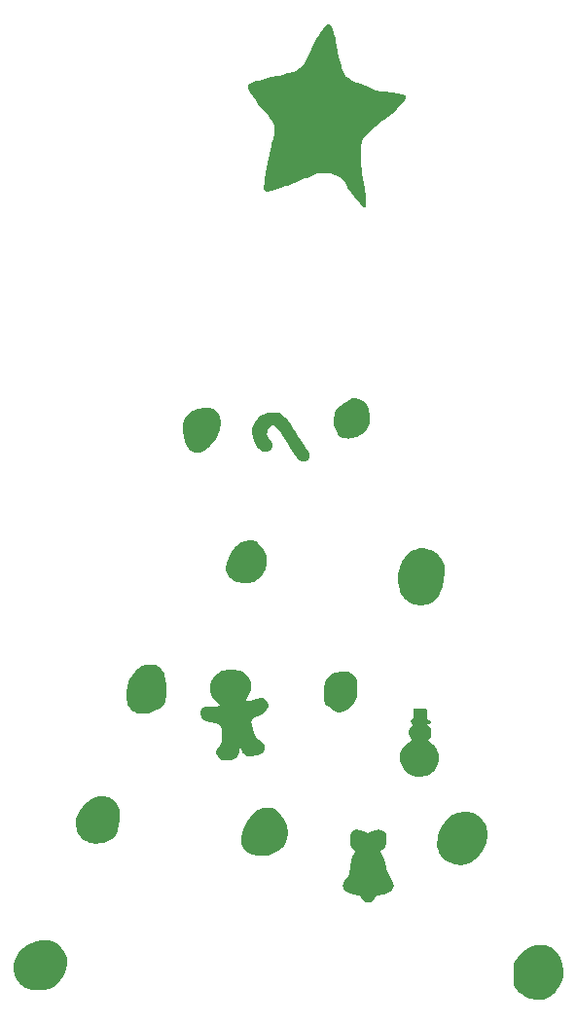
<source format=gbr>
G04 EAGLE Gerber RS-274X export*
G75*
%MOMM*%
%FSLAX34Y34*%
%LPD*%
%INSoldermask Top*%
%IPPOS*%
%AMOC8*
5,1,8,0,0,1.08239X$1,22.5*%
G01*

G36*
X532273Y766248D02*
X532273Y766248D01*
X532354Y766256D01*
X532370Y766265D01*
X532388Y766268D01*
X532456Y766313D01*
X532528Y766353D01*
X532539Y766367D01*
X532554Y766377D01*
X532600Y766445D01*
X532650Y766510D01*
X532655Y766527D01*
X532665Y766542D01*
X532698Y766690D01*
X532702Y766702D01*
X532701Y766703D01*
X532702Y766705D01*
X532922Y770700D01*
X532921Y770707D01*
X532923Y770717D01*
X532966Y772717D01*
X532964Y772728D01*
X532966Y772740D01*
X532965Y772742D01*
X532966Y772746D01*
X532890Y774745D01*
X532888Y774752D01*
X532889Y774761D01*
X532749Y776756D01*
X532747Y776762D01*
X532748Y776769D01*
X532557Y778761D01*
X532555Y778765D01*
X532556Y778772D01*
X532320Y780759D01*
X532319Y780764D01*
X532319Y780771D01*
X532033Y782751D01*
X532031Y782757D01*
X532031Y782764D01*
X529665Y796558D01*
X529415Y798523D01*
X529241Y800499D01*
X529113Y802486D01*
X529018Y804478D01*
X528976Y805690D01*
X528958Y806189D01*
X528958Y806190D01*
X528949Y806468D01*
X528903Y808462D01*
X528874Y812456D01*
X528929Y816444D01*
X528994Y818438D01*
X529092Y820424D01*
X529238Y822401D01*
X529472Y824320D01*
X530097Y826049D01*
X531279Y827540D01*
X532608Y829003D01*
X533991Y830429D01*
X535406Y831829D01*
X536847Y833205D01*
X538312Y834562D01*
X539791Y835894D01*
X541293Y837205D01*
X542815Y838490D01*
X544359Y839741D01*
X545936Y840945D01*
X549200Y843242D01*
X549205Y843247D01*
X549212Y843250D01*
X550815Y844448D01*
X550818Y844452D01*
X550823Y844455D01*
X552399Y845687D01*
X552403Y845692D01*
X552410Y845696D01*
X553952Y846971D01*
X553958Y846978D01*
X553968Y846985D01*
X555452Y848326D01*
X555455Y848329D01*
X555460Y848332D01*
X559834Y852441D01*
X559839Y852448D01*
X559846Y852453D01*
X561257Y853871D01*
X561259Y853874D01*
X561262Y853876D01*
X564047Y856749D01*
X564048Y856751D01*
X564050Y856753D01*
X565428Y858203D01*
X565432Y858208D01*
X565438Y858213D01*
X566776Y859700D01*
X566789Y859723D01*
X566814Y859748D01*
X567957Y861383D01*
X567979Y861435D01*
X568010Y861482D01*
X568018Y861525D01*
X568036Y861565D01*
X568036Y861622D01*
X568046Y861678D01*
X568037Y861728D01*
X568037Y861764D01*
X568024Y861795D01*
X568016Y861841D01*
X567401Y863512D01*
X567385Y863538D01*
X567377Y863566D01*
X567333Y863622D01*
X567296Y863682D01*
X567272Y863699D01*
X567253Y863722D01*
X567169Y863772D01*
X567134Y863797D01*
X567123Y863799D01*
X567110Y863806D01*
X565244Y864518D01*
X565223Y864522D01*
X565198Y864533D01*
X563269Y865063D01*
X563261Y865063D01*
X563251Y865067D01*
X561304Y865526D01*
X561298Y865526D01*
X561292Y865528D01*
X559333Y865940D01*
X559329Y865940D01*
X559324Y865942D01*
X557358Y866315D01*
X557354Y866315D01*
X557350Y866316D01*
X555378Y866654D01*
X555374Y866654D01*
X555369Y866656D01*
X553392Y866958D01*
X553387Y866958D01*
X553381Y866959D01*
X551398Y867220D01*
X551391Y867220D01*
X551384Y867222D01*
X549393Y867426D01*
X549384Y867425D01*
X549372Y867428D01*
X545413Y867667D01*
X543504Y868041D01*
X541614Y868580D01*
X540264Y869051D01*
X539750Y869230D01*
X537908Y869964D01*
X534248Y871559D01*
X534245Y871560D01*
X534242Y871562D01*
X530556Y873118D01*
X530553Y873119D01*
X530550Y873121D01*
X528697Y873875D01*
X528693Y873876D01*
X528688Y873879D01*
X524967Y875314D01*
X523164Y876119D01*
X521406Y877013D01*
X519701Y878011D01*
X518026Y879087D01*
X518009Y879094D01*
X517991Y879108D01*
X516256Y880031D01*
X514819Y881065D01*
X513936Y882700D01*
X513183Y884511D01*
X512528Y886375D01*
X511951Y888270D01*
X511442Y890189D01*
X509563Y897962D01*
X508667Y901857D01*
X508240Y903803D01*
X507831Y905756D01*
X507445Y907715D01*
X507092Y909675D01*
X506769Y911645D01*
X506766Y911653D01*
X506766Y911662D01*
X506374Y913624D01*
X506371Y913633D01*
X506370Y913643D01*
X505902Y915588D01*
X505900Y915594D01*
X505899Y915602D01*
X505376Y917533D01*
X505374Y917538D01*
X505373Y917546D01*
X504800Y919463D01*
X504797Y919468D01*
X504796Y919476D01*
X504169Y921376D01*
X504165Y921384D01*
X504163Y921395D01*
X503460Y923268D01*
X503448Y923287D01*
X503440Y923316D01*
X502548Y925102D01*
X502524Y925133D01*
X502508Y925169D01*
X502463Y925211D01*
X502425Y925259D01*
X502391Y925278D01*
X502362Y925305D01*
X502290Y925333D01*
X502251Y925355D01*
X502231Y925357D01*
X502208Y925367D01*
X500398Y925763D01*
X500393Y925763D01*
X500388Y925765D01*
X500295Y925765D01*
X500199Y925766D01*
X500194Y925764D01*
X500189Y925764D01*
X500034Y925704D01*
X498326Y924680D01*
X498296Y924652D01*
X498243Y924617D01*
X496778Y923258D01*
X496765Y923240D01*
X496744Y923223D01*
X495418Y921725D01*
X495411Y921713D01*
X495398Y921701D01*
X494169Y920123D01*
X494164Y920114D01*
X494156Y920106D01*
X492996Y918475D01*
X492993Y918469D01*
X492987Y918463D01*
X491878Y916798D01*
X491875Y916790D01*
X491868Y916783D01*
X490821Y915078D01*
X490814Y915061D01*
X490801Y915043D01*
X489895Y913261D01*
X489887Y913231D01*
X489867Y913194D01*
X489261Y911383D01*
X488154Y909807D01*
X488144Y909784D01*
X488124Y909757D01*
X487175Y907997D01*
X487171Y907984D01*
X487162Y907971D01*
X486315Y906159D01*
X486313Y906149D01*
X486306Y906138D01*
X484776Y902448D01*
X483983Y900616D01*
X483167Y898797D01*
X482328Y896990D01*
X481462Y895210D01*
X480486Y893510D01*
X479363Y891908D01*
X478109Y890401D01*
X476743Y888993D01*
X475274Y887693D01*
X473710Y886512D01*
X472056Y885471D01*
X470317Y884602D01*
X468501Y883961D01*
X466591Y883629D01*
X464624Y883422D01*
X464605Y883416D01*
X464585Y883416D01*
X464455Y883368D01*
X464434Y883362D01*
X464432Y883360D01*
X464429Y883359D01*
X462768Y882412D01*
X460933Y881871D01*
X457022Y881161D01*
X457017Y881159D01*
X457010Y881158D01*
X455051Y880752D01*
X455047Y880750D01*
X455042Y880750D01*
X451140Y879867D01*
X451137Y879866D01*
X451133Y879865D01*
X447243Y878929D01*
X447241Y878928D01*
X447237Y878928D01*
X443358Y877948D01*
X443355Y877947D01*
X443352Y877947D01*
X439484Y876924D01*
X439481Y876923D01*
X439478Y876922D01*
X437550Y876387D01*
X437548Y876386D01*
X437544Y876386D01*
X435623Y875827D01*
X435618Y875824D01*
X435610Y875823D01*
X433705Y875212D01*
X433678Y875197D01*
X433636Y875184D01*
X431851Y874300D01*
X431814Y874271D01*
X431772Y874251D01*
X431727Y874204D01*
X431694Y874178D01*
X431681Y874155D01*
X431658Y874131D01*
X430567Y872505D01*
X430538Y872433D01*
X430502Y872364D01*
X430499Y872339D01*
X430492Y872321D01*
X430492Y872276D01*
X430484Y872199D01*
X430595Y870220D01*
X430604Y870189D01*
X430628Y870068D01*
X431347Y868205D01*
X431363Y868181D01*
X431375Y868145D01*
X432337Y866391D01*
X432347Y866379D01*
X432355Y866361D01*
X433436Y864679D01*
X433443Y864672D01*
X433448Y864661D01*
X434602Y863026D01*
X434607Y863021D01*
X434610Y863014D01*
X437012Y859813D01*
X438194Y858209D01*
X439358Y856590D01*
X440481Y854961D01*
X441490Y853258D01*
X441497Y853250D01*
X441501Y853241D01*
X441613Y853118D01*
X443176Y851904D01*
X443188Y851898D01*
X443199Y851886D01*
X444780Y850801D01*
X446058Y849366D01*
X447269Y847806D01*
X448419Y846193D01*
X449521Y844540D01*
X450574Y842858D01*
X451572Y841144D01*
X452494Y839399D01*
X453285Y837629D01*
X453743Y835795D01*
X453758Y833885D01*
X453547Y831946D01*
X453171Y830021D01*
X452132Y826176D01*
X452132Y826173D01*
X452131Y826171D01*
X451123Y822299D01*
X451123Y822297D01*
X451122Y822294D01*
X450639Y820352D01*
X450639Y820350D01*
X450638Y820348D01*
X449708Y816456D01*
X449708Y816453D01*
X449707Y816449D01*
X448826Y812546D01*
X448826Y812543D01*
X448825Y812540D01*
X447989Y808627D01*
X447989Y808624D01*
X447988Y808621D01*
X447200Y804699D01*
X447200Y804696D01*
X447199Y804693D01*
X446460Y800760D01*
X446460Y800757D01*
X446458Y800753D01*
X445777Y796810D01*
X445777Y796807D01*
X445776Y796803D01*
X445460Y794828D01*
X445460Y794825D01*
X445460Y794823D01*
X445164Y792844D01*
X445164Y792841D01*
X445163Y792838D01*
X444893Y790855D01*
X444893Y790852D01*
X444892Y790848D01*
X444652Y788862D01*
X444652Y788857D01*
X444651Y788851D01*
X444455Y786859D01*
X444456Y786852D01*
X444454Y786843D01*
X444324Y784846D01*
X444326Y784831D01*
X444323Y784812D01*
X444331Y782813D01*
X444335Y782789D01*
X444333Y782765D01*
X444364Y782653D01*
X444371Y782618D01*
X444375Y782612D01*
X444377Y782604D01*
X445162Y780914D01*
X445212Y780845D01*
X445259Y780773D01*
X445271Y780765D01*
X445280Y780754D01*
X445353Y780710D01*
X445425Y780662D01*
X445440Y780659D01*
X445451Y780652D01*
X445494Y780646D01*
X445587Y780625D01*
X447571Y780515D01*
X447612Y780521D01*
X447676Y780520D01*
X449651Y780829D01*
X449668Y780835D01*
X449691Y780837D01*
X451636Y781304D01*
X451646Y781309D01*
X451659Y781310D01*
X453579Y781872D01*
X453587Y781876D01*
X453597Y781878D01*
X455495Y782508D01*
X455502Y782512D01*
X455510Y782514D01*
X459258Y783892D01*
X461131Y784511D01*
X463054Y784980D01*
X463073Y784989D01*
X463099Y784993D01*
X464988Y785650D01*
X464999Y785656D01*
X465013Y785659D01*
X466864Y786417D01*
X466867Y786419D01*
X466872Y786420D01*
X468711Y787207D01*
X468713Y787208D01*
X468716Y787209D01*
X474206Y789620D01*
X476045Y790381D01*
X477900Y791097D01*
X479771Y791771D01*
X481663Y792406D01*
X481668Y792409D01*
X481675Y792410D01*
X483555Y793094D01*
X483559Y793097D01*
X483565Y793098D01*
X485429Y793824D01*
X485433Y793827D01*
X485438Y793828D01*
X489112Y795342D01*
X490982Y795888D01*
X492905Y796246D01*
X494859Y796451D01*
X496831Y796537D01*
X498810Y796535D01*
X500774Y796448D01*
X502695Y796183D01*
X504547Y795644D01*
X506330Y794856D01*
X508067Y793933D01*
X509748Y792906D01*
X511352Y791773D01*
X512865Y790527D01*
X514250Y789163D01*
X515402Y787672D01*
X516041Y785885D01*
X516052Y785866D01*
X516060Y785838D01*
X516917Y784045D01*
X516936Y784020D01*
X516953Y783982D01*
X518066Y782320D01*
X518072Y782314D01*
X518077Y782304D01*
X519255Y780687D01*
X519259Y780683D01*
X519262Y780678D01*
X520476Y779088D01*
X520479Y779085D01*
X520482Y779081D01*
X521722Y777512D01*
X521725Y777510D01*
X521727Y777507D01*
X522988Y775954D01*
X522990Y775952D01*
X522992Y775949D01*
X524271Y774411D01*
X524274Y774409D01*
X524276Y774405D01*
X526884Y771370D01*
X526886Y771368D01*
X526888Y771364D01*
X528163Y769923D01*
X528164Y769922D01*
X528165Y769921D01*
X530831Y766939D01*
X530833Y766938D01*
X530835Y766935D01*
X530966Y766833D01*
X531966Y766293D01*
X531984Y766288D01*
X531998Y766277D01*
X532078Y766259D01*
X532156Y766235D01*
X532174Y766237D01*
X532192Y766233D01*
X532273Y766248D01*
G37*
G36*
X411647Y285804D02*
X411647Y285804D01*
X411655Y285805D01*
X411665Y285804D01*
X413662Y285931D01*
X413672Y285934D01*
X413685Y285933D01*
X415673Y286150D01*
X415694Y286157D01*
X415723Y286158D01*
X417678Y286575D01*
X417716Y286592D01*
X417779Y286608D01*
X419597Y287425D01*
X419603Y287429D01*
X419610Y287431D01*
X419746Y287528D01*
X421149Y288933D01*
X421152Y288937D01*
X421155Y288940D01*
X421249Y289077D01*
X422084Y290888D01*
X422093Y290927D01*
X422116Y290982D01*
X422579Y292927D01*
X422579Y292948D01*
X422587Y292973D01*
X422863Y294955D01*
X422863Y294965D01*
X422866Y294978D01*
X423155Y298151D01*
X423456Y296748D01*
X423469Y296717D01*
X423479Y296672D01*
X424202Y294809D01*
X424221Y294779D01*
X424239Y294732D01*
X425268Y293020D01*
X425292Y292993D01*
X425319Y292949D01*
X426631Y291442D01*
X426653Y291425D01*
X426675Y291398D01*
X428164Y290064D01*
X428169Y290062D01*
X428173Y290057D01*
X428316Y289971D01*
X430156Y289252D01*
X430169Y289250D01*
X430180Y289243D01*
X430345Y289218D01*
X432342Y289247D01*
X432362Y289251D01*
X432389Y289249D01*
X434378Y289465D01*
X434387Y289468D01*
X434399Y289468D01*
X436377Y289770D01*
X436392Y289776D01*
X436412Y289777D01*
X438362Y290219D01*
X438382Y290228D01*
X438410Y290232D01*
X440307Y290866D01*
X440335Y290882D01*
X440378Y290896D01*
X442153Y291812D01*
X442188Y291840D01*
X442257Y291884D01*
X443741Y293212D01*
X443750Y293225D01*
X443762Y293233D01*
X443858Y293369D01*
X444712Y295160D01*
X444758Y295320D01*
X444976Y297303D01*
X444973Y297343D01*
X444971Y297451D01*
X444601Y299407D01*
X444598Y299414D01*
X444598Y299422D01*
X444536Y299576D01*
X443492Y301269D01*
X443487Y301274D01*
X443485Y301281D01*
X443371Y301403D01*
X441793Y302617D01*
X441753Y302636D01*
X441676Y302684D01*
X439863Y303418D01*
X438304Y304376D01*
X437307Y305914D01*
X436565Y307708D01*
X435901Y309578D01*
X434636Y313360D01*
X434059Y315255D01*
X433596Y317150D01*
X433415Y319011D01*
X433871Y320719D01*
X435089Y322047D01*
X436693Y323092D01*
X438433Y324017D01*
X440219Y324905D01*
X440228Y324912D01*
X440241Y324916D01*
X441985Y325895D01*
X442000Y325908D01*
X442023Y325918D01*
X443673Y327049D01*
X443688Y327064D01*
X443711Y327078D01*
X445244Y328362D01*
X445260Y328382D01*
X445287Y328402D01*
X446660Y329855D01*
X446678Y329885D01*
X446712Y329921D01*
X447821Y331581D01*
X447830Y331601D01*
X447888Y331727D01*
X448410Y333638D01*
X448415Y333709D01*
X448428Y333779D01*
X448422Y333811D01*
X448424Y333836D01*
X448410Y333877D01*
X448397Y333943D01*
X447711Y335800D01*
X447689Y335835D01*
X447642Y335926D01*
X446443Y337525D01*
X446416Y337548D01*
X446386Y337588D01*
X444933Y338959D01*
X444895Y338983D01*
X444825Y339037D01*
X443072Y339968D01*
X443002Y339988D01*
X442934Y340017D01*
X442904Y340017D01*
X442882Y340024D01*
X442838Y340019D01*
X442768Y340021D01*
X440800Y339742D01*
X440777Y339734D01*
X440746Y339732D01*
X438808Y339237D01*
X438802Y339234D01*
X438795Y339234D01*
X436870Y338689D01*
X436868Y338687D01*
X436865Y338687D01*
X433040Y337555D01*
X431145Y337099D01*
X429510Y336964D01*
X428931Y337947D01*
X429566Y339549D01*
X430502Y341283D01*
X430503Y341287D01*
X430506Y341290D01*
X431427Y343066D01*
X431433Y343085D01*
X431447Y343108D01*
X432200Y344961D01*
X432202Y344975D01*
X432207Y344982D01*
X432209Y344993D01*
X432217Y345010D01*
X432771Y346932D01*
X432773Y346957D01*
X432784Y346989D01*
X433106Y348962D01*
X433105Y348991D01*
X433113Y349028D01*
X433171Y351027D01*
X433166Y351057D01*
X433168Y351099D01*
X432937Y353084D01*
X432927Y353116D01*
X432922Y353160D01*
X432388Y355086D01*
X432373Y355116D01*
X432361Y355160D01*
X431815Y356355D01*
X431530Y356978D01*
X431511Y357004D01*
X431493Y357045D01*
X430394Y358714D01*
X430372Y358736D01*
X430350Y358771D01*
X429021Y360265D01*
X428998Y360282D01*
X428974Y360311D01*
X427462Y361619D01*
X427443Y361629D01*
X427424Y361649D01*
X425790Y362802D01*
X425754Y362818D01*
X425706Y362850D01*
X423886Y363665D01*
X423843Y363675D01*
X423767Y363702D01*
X421798Y364039D01*
X421772Y364039D01*
X421740Y364046D01*
X419743Y364153D01*
X419734Y364151D01*
X419723Y364153D01*
X417723Y364181D01*
X417720Y364181D01*
X417716Y364181D01*
X415716Y364185D01*
X415713Y364184D01*
X415710Y364185D01*
X413709Y364165D01*
X413703Y364163D01*
X413696Y364164D01*
X411697Y364092D01*
X411683Y364088D01*
X411665Y364090D01*
X409675Y363890D01*
X409647Y363881D01*
X409606Y363878D01*
X407666Y363403D01*
X407630Y363386D01*
X407572Y363370D01*
X405765Y362518D01*
X405742Y362501D01*
X405708Y362487D01*
X404024Y361409D01*
X404008Y361393D01*
X403983Y361379D01*
X402417Y360136D01*
X402400Y360116D01*
X402373Y360097D01*
X400965Y358677D01*
X400949Y358653D01*
X400920Y358625D01*
X399719Y357028D01*
X399705Y356999D01*
X399679Y356965D01*
X398729Y355206D01*
X398720Y355175D01*
X398698Y355137D01*
X398027Y353254D01*
X398022Y353223D01*
X398007Y353184D01*
X397617Y351224D01*
X397617Y351195D01*
X397608Y351158D01*
X397479Y349163D01*
X397482Y349147D01*
X397480Y349139D01*
X397481Y349134D01*
X397479Y349114D01*
X397547Y347115D01*
X397553Y347093D01*
X397552Y347065D01*
X397818Y345084D01*
X397828Y345055D01*
X397833Y345015D01*
X398375Y343091D01*
X398391Y343060D01*
X398405Y343012D01*
X399267Y341209D01*
X399287Y341181D01*
X399308Y341138D01*
X400455Y339501D01*
X400475Y339481D01*
X400495Y339450D01*
X401842Y337973D01*
X401858Y337962D01*
X401872Y337943D01*
X403339Y336589D01*
X404741Y335242D01*
X405637Y333939D01*
X404926Y332959D01*
X403188Y332626D01*
X401233Y332491D01*
X399251Y332443D01*
X397252Y332427D01*
X397242Y332425D01*
X397228Y332427D01*
X395231Y332315D01*
X395209Y332309D01*
X395179Y332309D01*
X393206Y331989D01*
X393168Y331974D01*
X393108Y331962D01*
X391245Y331251D01*
X391232Y331242D01*
X391217Y331239D01*
X391079Y331146D01*
X389646Y329781D01*
X389624Y329749D01*
X389594Y329724D01*
X389558Y329655D01*
X389532Y329618D01*
X389528Y329599D01*
X389516Y329577D01*
X388891Y327692D01*
X388888Y327672D01*
X388865Y327534D01*
X388870Y325540D01*
X388870Y325539D01*
X388898Y325375D01*
X389558Y323498D01*
X389560Y323496D01*
X389560Y323492D01*
X389643Y323348D01*
X390905Y321806D01*
X390940Y321778D01*
X391002Y321716D01*
X392628Y320558D01*
X392662Y320542D01*
X392705Y320512D01*
X394515Y319663D01*
X394541Y319657D01*
X394572Y319640D01*
X396473Y319020D01*
X396493Y319018D01*
X396516Y319008D01*
X398466Y318560D01*
X398481Y318559D01*
X398499Y318553D01*
X402424Y317925D01*
X404270Y317435D01*
X405844Y316543D01*
X406857Y315077D01*
X407339Y313269D01*
X407544Y311335D01*
X407622Y309361D01*
X407637Y307369D01*
X407631Y305377D01*
X407588Y303399D01*
X407416Y301486D01*
X406811Y299758D01*
X405579Y298325D01*
X404217Y296878D01*
X404195Y296843D01*
X404154Y296795D01*
X403117Y295091D01*
X403107Y295064D01*
X403057Y294946D01*
X402601Y293010D01*
X402601Y292996D01*
X402596Y292983D01*
X402594Y292817D01*
X402907Y290854D01*
X402908Y290850D01*
X402908Y290847D01*
X402963Y290690D01*
X403929Y288947D01*
X403959Y288912D01*
X404004Y288845D01*
X405589Y287172D01*
X405625Y287147D01*
X405696Y287087D01*
X407400Y286071D01*
X407419Y286064D01*
X407434Y286052D01*
X407569Y286012D01*
X407588Y286005D01*
X407591Y286005D01*
X407593Y286004D01*
X409572Y285755D01*
X409604Y285757D01*
X409647Y285751D01*
X411647Y285804D01*
G37*
G36*
X537183Y162425D02*
X537183Y162425D01*
X537184Y162425D01*
X537342Y162476D01*
X539104Y163400D01*
X539111Y163406D01*
X539120Y163409D01*
X539249Y163515D01*
X540557Y165018D01*
X540579Y165057D01*
X540630Y165130D01*
X541453Y166846D01*
X542626Y168004D01*
X544407Y168471D01*
X546357Y168804D01*
X546365Y168807D01*
X546375Y168807D01*
X548334Y169213D01*
X548345Y169218D01*
X548360Y169220D01*
X550294Y169731D01*
X550311Y169739D01*
X550336Y169744D01*
X552217Y170422D01*
X552244Y170438D01*
X552284Y170452D01*
X554042Y171401D01*
X554076Y171429D01*
X554139Y171469D01*
X555623Y172800D01*
X555649Y172835D01*
X555697Y172884D01*
X556850Y174516D01*
X556864Y174548D01*
X556919Y174653D01*
X557516Y176540D01*
X557522Y176597D01*
X557538Y176652D01*
X557533Y176702D01*
X557537Y176738D01*
X557527Y176770D01*
X557523Y176818D01*
X557019Y178733D01*
X557000Y178770D01*
X556999Y178774D01*
X556989Y178815D01*
X556974Y178835D01*
X556962Y178866D01*
X555920Y180572D01*
X555912Y180581D01*
X555906Y180594D01*
X554785Y182232D01*
X553773Y183922D01*
X552875Y185673D01*
X552089Y187478D01*
X551409Y189331D01*
X550831Y191219D01*
X550339Y193135D01*
X549923Y195082D01*
X549922Y195087D01*
X549921Y195092D01*
X549464Y197039D01*
X549458Y197052D01*
X549456Y197069D01*
X548882Y198985D01*
X548876Y198996D01*
X548873Y199011D01*
X548194Y200893D01*
X548186Y200906D01*
X548181Y200925D01*
X547374Y202754D01*
X547362Y202770D01*
X547360Y202779D01*
X547355Y202787D01*
X547348Y202805D01*
X545434Y206082D01*
X545674Y207024D01*
X547316Y207532D01*
X547317Y207532D01*
X547319Y207534D01*
X547464Y207607D01*
X549054Y208773D01*
X549083Y208805D01*
X549118Y208829D01*
X549159Y208888D01*
X549188Y208920D01*
X549195Y208942D01*
X549212Y208967D01*
X550045Y210774D01*
X550055Y210817D01*
X550081Y210886D01*
X550468Y212847D01*
X550467Y212869D01*
X550475Y212895D01*
X550670Y214886D01*
X550669Y214896D01*
X550672Y214909D01*
X550776Y216907D01*
X550775Y216912D01*
X550776Y216918D01*
X550836Y218917D01*
X550834Y218927D01*
X550836Y218940D01*
X550807Y220939D01*
X550802Y220964D01*
X550780Y221095D01*
X550138Y222950D01*
X550098Y223017D01*
X550064Y223088D01*
X550047Y223105D01*
X550037Y223121D01*
X550001Y223148D01*
X549943Y223202D01*
X548288Y224307D01*
X548253Y224322D01*
X548206Y224352D01*
X546368Y225130D01*
X546325Y225139D01*
X546232Y225166D01*
X544253Y225400D01*
X544209Y225397D01*
X544118Y225398D01*
X542145Y225092D01*
X542113Y225080D01*
X542066Y225073D01*
X540165Y224452D01*
X540149Y224443D01*
X540126Y224437D01*
X538284Y223656D01*
X538276Y223650D01*
X538264Y223647D01*
X536515Y222813D01*
X534765Y222468D01*
X532976Y222962D01*
X531132Y223663D01*
X527429Y225163D01*
X527401Y225168D01*
X527368Y225183D01*
X525441Y225687D01*
X525405Y225689D01*
X525370Y225700D01*
X525288Y225695D01*
X525243Y225698D01*
X525226Y225692D01*
X525204Y225690D01*
X523274Y225249D01*
X523239Y225233D01*
X523135Y225195D01*
X521406Y224194D01*
X521382Y224173D01*
X521353Y224159D01*
X521290Y224092D01*
X521257Y224062D01*
X521251Y224050D01*
X521239Y224037D01*
X520158Y222401D01*
X520150Y222379D01*
X520135Y222361D01*
X520097Y222248D01*
X520084Y222217D01*
X520084Y222211D01*
X520082Y222204D01*
X519771Y220230D01*
X519772Y220209D01*
X519766Y220184D01*
X519641Y218187D01*
X519642Y218181D01*
X519640Y218174D01*
X519495Y214175D01*
X519497Y214167D01*
X519495Y214157D01*
X519496Y212156D01*
X519504Y212118D01*
X519505Y212060D01*
X519890Y210114D01*
X519890Y210113D01*
X519890Y210112D01*
X519925Y210028D01*
X519966Y209930D01*
X519967Y209930D01*
X519967Y209929D01*
X520082Y209809D01*
X521660Y208641D01*
X521669Y208637D01*
X521677Y208629D01*
X523143Y207637D01*
X523394Y206123D01*
X522587Y204513D01*
X521496Y202874D01*
X521481Y202837D01*
X521450Y202786D01*
X520694Y200937D01*
X520688Y200908D01*
X520672Y200872D01*
X520178Y198934D01*
X520177Y198917D01*
X520170Y198898D01*
X519821Y196928D01*
X519821Y196918D01*
X519817Y196907D01*
X519552Y194924D01*
X519552Y194919D01*
X519550Y194914D01*
X519105Y190947D01*
X518812Y188998D01*
X518368Y187112D01*
X517632Y185345D01*
X516591Y183713D01*
X515396Y182134D01*
X515392Y182126D01*
X515385Y182118D01*
X514240Y180478D01*
X514229Y180455D01*
X514209Y180428D01*
X513267Y178666D01*
X513254Y178623D01*
X513221Y178546D01*
X512761Y176610D01*
X512760Y176574D01*
X512750Y176539D01*
X512756Y176457D01*
X512755Y176412D01*
X512761Y176395D01*
X512763Y176373D01*
X513246Y174457D01*
X513258Y174432D01*
X513262Y174405D01*
X513314Y174315D01*
X513332Y174278D01*
X513339Y174271D01*
X513345Y174261D01*
X514615Y172726D01*
X514644Y172702D01*
X514679Y172661D01*
X516213Y171377D01*
X516237Y171364D01*
X516264Y171340D01*
X517947Y170262D01*
X517979Y170249D01*
X518019Y170223D01*
X519856Y169436D01*
X519886Y169430D01*
X519922Y169413D01*
X521852Y168890D01*
X521871Y168888D01*
X521894Y168880D01*
X523863Y168526D01*
X523870Y168527D01*
X523878Y168524D01*
X525834Y168234D01*
X527625Y167793D01*
X528820Y166675D01*
X529678Y164983D01*
X529704Y164950D01*
X529761Y164865D01*
X531041Y163515D01*
X531044Y163513D01*
X531174Y163415D01*
X532941Y162498D01*
X532963Y162492D01*
X533092Y162448D01*
X535061Y162136D01*
X535098Y162138D01*
X535211Y162136D01*
X537183Y162425D01*
G37*
G36*
X683356Y77524D02*
X683356Y77524D01*
X683375Y77521D01*
X685373Y77623D01*
X685389Y77627D01*
X685410Y77626D01*
X687394Y77874D01*
X687413Y77880D01*
X687437Y77881D01*
X689393Y78299D01*
X689421Y78311D01*
X689461Y78319D01*
X691335Y79009D01*
X691365Y79027D01*
X691410Y79043D01*
X693148Y80030D01*
X693168Y80048D01*
X693200Y80064D01*
X694802Y81261D01*
X694817Y81277D01*
X694840Y81293D01*
X696316Y82643D01*
X696325Y82656D01*
X696338Y82665D01*
X696341Y82669D01*
X696345Y82672D01*
X697703Y84141D01*
X697711Y84155D01*
X697727Y84169D01*
X698974Y85732D01*
X698981Y85746D01*
X698994Y85759D01*
X700135Y87402D01*
X700140Y87415D01*
X700152Y87428D01*
X701189Y89138D01*
X701194Y89150D01*
X701204Y89163D01*
X702139Y90931D01*
X702143Y90942D01*
X702150Y90953D01*
X702999Y92765D01*
X703001Y92772D01*
X703005Y92779D01*
X703798Y94615D01*
X703802Y94632D01*
X703812Y94652D01*
X704459Y96544D01*
X704463Y96575D01*
X704478Y96615D01*
X704839Y98580D01*
X704838Y98612D01*
X704847Y98655D01*
X704909Y100654D01*
X704906Y100671D01*
X704909Y100692D01*
X704817Y102690D01*
X704815Y102698D01*
X704815Y102708D01*
X704652Y104702D01*
X704648Y104715D01*
X704648Y104732D01*
X704364Y106712D01*
X704359Y106726D01*
X704358Y106745D01*
X703943Y108702D01*
X703937Y108716D01*
X703935Y108735D01*
X703386Y110659D01*
X703378Y110673D01*
X703374Y110693D01*
X702686Y112571D01*
X702677Y112586D01*
X702671Y112607D01*
X701841Y114426D01*
X701830Y114441D01*
X701822Y114463D01*
X700843Y116207D01*
X700830Y116223D01*
X700820Y116245D01*
X699689Y117895D01*
X699674Y117910D01*
X699659Y117934D01*
X698373Y119465D01*
X698354Y119480D01*
X698336Y119504D01*
X696893Y120888D01*
X696872Y120902D01*
X696849Y120926D01*
X695255Y122133D01*
X695236Y122142D01*
X695215Y122161D01*
X693511Y123207D01*
X693481Y123218D01*
X693445Y123242D01*
X691605Y124021D01*
X691570Y124029D01*
X691524Y124048D01*
X689577Y124500D01*
X689552Y124501D01*
X689522Y124510D01*
X687536Y124744D01*
X687524Y124743D01*
X687510Y124746D01*
X685514Y124877D01*
X685506Y124876D01*
X685498Y124878D01*
X683498Y124945D01*
X683482Y124942D01*
X683462Y124945D01*
X681464Y124865D01*
X681433Y124858D01*
X681389Y124857D01*
X679427Y124480D01*
X679396Y124467D01*
X679349Y124459D01*
X677472Y123770D01*
X677456Y123760D01*
X677432Y123753D01*
X675622Y122902D01*
X675615Y122897D01*
X675605Y122894D01*
X673828Y121975D01*
X673819Y121968D01*
X673806Y121963D01*
X672077Y120958D01*
X672065Y120948D01*
X672048Y120940D01*
X670391Y119819D01*
X670378Y119805D01*
X670358Y119794D01*
X668801Y118538D01*
X668788Y118522D01*
X668766Y118507D01*
X667334Y117111D01*
X667322Y117095D01*
X667303Y117079D01*
X666001Y115561D01*
X665993Y115546D01*
X665978Y115532D01*
X664792Y113921D01*
X664787Y113909D01*
X664776Y113897D01*
X663683Y112222D01*
X663678Y112211D01*
X663669Y112200D01*
X662666Y110469D01*
X662657Y110441D01*
X662636Y110407D01*
X661883Y108557D01*
X661876Y108519D01*
X661855Y108466D01*
X661466Y106506D01*
X661466Y106481D01*
X661458Y106449D01*
X661297Y104455D01*
X661298Y104444D01*
X661295Y104430D01*
X661235Y102430D01*
X661236Y102425D01*
X661235Y102420D01*
X661217Y100419D01*
X661217Y100417D01*
X661217Y100414D01*
X661219Y98413D01*
X661219Y98410D01*
X661219Y98406D01*
X661250Y96406D01*
X661252Y96400D01*
X661251Y96392D01*
X661335Y94394D01*
X661337Y94383D01*
X661336Y94370D01*
X661515Y92378D01*
X661521Y92358D01*
X661522Y92331D01*
X661886Y90365D01*
X661899Y90332D01*
X661909Y90283D01*
X662604Y88411D01*
X662627Y88373D01*
X662659Y88304D01*
X663782Y86654D01*
X663807Y86630D01*
X663833Y86590D01*
X665212Y85142D01*
X665229Y85131D01*
X665244Y85111D01*
X666747Y83791D01*
X666760Y83784D01*
X666772Y83771D01*
X668357Y82550D01*
X668368Y82545D01*
X668380Y82534D01*
X670031Y81404D01*
X670043Y81399D01*
X670055Y81389D01*
X671767Y80355D01*
X671780Y80350D01*
X671794Y80339D01*
X673568Y79415D01*
X673586Y79410D01*
X673606Y79398D01*
X675450Y78625D01*
X675476Y78620D01*
X675506Y78605D01*
X677251Y78105D01*
X677274Y78103D01*
X677302Y78093D01*
X679272Y77747D01*
X679290Y77747D01*
X679313Y77741D01*
X681305Y77560D01*
X681321Y77562D01*
X681341Y77558D01*
X683341Y77521D01*
X683356Y77524D01*
G37*
G36*
X582963Y420549D02*
X582963Y420549D01*
X582987Y420555D01*
X583018Y420554D01*
X584991Y420876D01*
X585015Y420885D01*
X585047Y420889D01*
X586971Y421432D01*
X586993Y421444D01*
X587025Y421451D01*
X588874Y422211D01*
X588896Y422225D01*
X588928Y422236D01*
X590673Y423211D01*
X590694Y423229D01*
X590727Y423246D01*
X592332Y424438D01*
X592350Y424458D01*
X592378Y424477D01*
X593828Y425855D01*
X593842Y425875D01*
X593866Y425896D01*
X595152Y427428D01*
X595162Y427447D01*
X595182Y427467D01*
X596309Y429119D01*
X596316Y429137D01*
X596332Y429157D01*
X597309Y430902D01*
X597314Y430918D01*
X597326Y430936D01*
X598166Y432751D01*
X598170Y432766D01*
X598179Y432782D01*
X598894Y434651D01*
X598897Y434664D01*
X598904Y434679D01*
X599506Y436587D01*
X599507Y436599D01*
X599513Y436612D01*
X600014Y438549D01*
X600015Y438559D01*
X600020Y438572D01*
X600428Y440530D01*
X600428Y440540D01*
X600431Y440551D01*
X600756Y442525D01*
X600756Y442534D01*
X600759Y442544D01*
X601009Y444529D01*
X601008Y444537D01*
X601011Y444546D01*
X601191Y446538D01*
X601191Y446544D01*
X601192Y446551D01*
X601320Y448547D01*
X601320Y448551D01*
X601321Y448555D01*
X601418Y450554D01*
X601416Y450561D01*
X601418Y450570D01*
X601449Y452571D01*
X601446Y452587D01*
X601449Y452607D01*
X601333Y454603D01*
X601323Y454641D01*
X601318Y454697D01*
X600827Y456630D01*
X600808Y456670D01*
X600779Y456750D01*
X599805Y458493D01*
X598862Y460241D01*
X597988Y462029D01*
X597967Y462058D01*
X597944Y462102D01*
X596777Y463719D01*
X596747Y463746D01*
X596710Y463794D01*
X595240Y465148D01*
X595216Y465162D01*
X595191Y465187D01*
X593560Y466345D01*
X593541Y466353D01*
X593520Y466370D01*
X591786Y467367D01*
X591769Y467373D01*
X591751Y467386D01*
X589943Y468242D01*
X589927Y468246D01*
X589908Y468257D01*
X588040Y468972D01*
X588023Y468975D01*
X588003Y468985D01*
X586085Y469551D01*
X586065Y469553D01*
X586041Y469562D01*
X584079Y469952D01*
X584054Y469952D01*
X584022Y469960D01*
X582029Y470120D01*
X581995Y470116D01*
X581946Y470120D01*
X579956Y469946D01*
X579933Y469939D01*
X579901Y469938D01*
X577940Y469543D01*
X577926Y469537D01*
X577908Y469535D01*
X575978Y469012D01*
X575960Y469003D01*
X575935Y468999D01*
X574060Y468306D01*
X574038Y468293D01*
X574007Y468283D01*
X572223Y467380D01*
X572201Y467362D01*
X572166Y467346D01*
X570519Y466212D01*
X570498Y466191D01*
X570465Y466169D01*
X568991Y464819D01*
X568975Y464797D01*
X568947Y464774D01*
X567655Y463248D01*
X567644Y463228D01*
X567624Y463207D01*
X566494Y461557D01*
X566487Y461541D01*
X566473Y461524D01*
X565477Y459789D01*
X565473Y459777D01*
X565463Y459764D01*
X564569Y457974D01*
X564566Y457965D01*
X564560Y457955D01*
X563743Y456129D01*
X563741Y456122D01*
X563737Y456115D01*
X562977Y454264D01*
X562976Y454259D01*
X562973Y454253D01*
X562256Y452385D01*
X562254Y452375D01*
X562248Y452364D01*
X561616Y450466D01*
X561614Y450445D01*
X561603Y450419D01*
X561161Y448469D01*
X561161Y448440D01*
X561151Y448404D01*
X560971Y446412D01*
X560973Y446392D01*
X560973Y446389D01*
X560973Y446388D01*
X560969Y446364D01*
X560983Y444364D01*
X560985Y444353D01*
X560984Y444341D01*
X561089Y442343D01*
X561090Y442338D01*
X561090Y442332D01*
X561239Y440337D01*
X561242Y440328D01*
X561241Y440316D01*
X561474Y438329D01*
X561478Y438318D01*
X561478Y438302D01*
X561820Y436331D01*
X561825Y436317D01*
X561827Y436298D01*
X562299Y434355D01*
X562306Y434339D01*
X562309Y434317D01*
X562931Y432417D01*
X562942Y432399D01*
X562948Y432373D01*
X563744Y430539D01*
X563757Y430519D01*
X563768Y430491D01*
X564756Y428752D01*
X564773Y428733D01*
X564788Y428702D01*
X565976Y427094D01*
X565997Y427076D01*
X566017Y427046D01*
X567398Y425600D01*
X567420Y425585D01*
X567425Y425580D01*
X567434Y425566D01*
X567438Y425564D01*
X567444Y425558D01*
X568994Y424295D01*
X569017Y424283D01*
X569042Y424261D01*
X570730Y423190D01*
X570752Y423182D01*
X570776Y423164D01*
X572567Y422274D01*
X572588Y422269D01*
X572613Y422254D01*
X574859Y421409D01*
X574881Y421406D01*
X574908Y421394D01*
X576842Y420886D01*
X576864Y420885D01*
X576890Y420876D01*
X578865Y420561D01*
X578888Y420562D01*
X578916Y420555D01*
X580913Y420445D01*
X580936Y420449D01*
X580966Y420445D01*
X582963Y420549D01*
G37*
G36*
X249615Y85912D02*
X249615Y85912D01*
X249620Y85913D01*
X249627Y85912D01*
X251627Y85966D01*
X251636Y85968D01*
X251647Y85967D01*
X253643Y86101D01*
X253657Y86105D01*
X253676Y86104D01*
X255658Y86371D01*
X255680Y86378D01*
X255711Y86381D01*
X257652Y86857D01*
X257681Y86870D01*
X257722Y86880D01*
X259572Y87637D01*
X259600Y87656D01*
X259645Y87674D01*
X261346Y88722D01*
X261367Y88742D01*
X261401Y88761D01*
X262947Y90030D01*
X262959Y90045D01*
X262980Y90060D01*
X264407Y91461D01*
X264414Y91470D01*
X264425Y91479D01*
X265778Y92953D01*
X265784Y92963D01*
X265796Y92973D01*
X267068Y94517D01*
X267074Y94529D01*
X267087Y94541D01*
X268261Y96161D01*
X268267Y96174D01*
X268279Y96187D01*
X269347Y97878D01*
X269352Y97892D01*
X269364Y97906D01*
X270319Y99664D01*
X270324Y99679D01*
X270334Y99695D01*
X271167Y101513D01*
X271170Y101529D01*
X271181Y101547D01*
X271880Y103421D01*
X271883Y103438D01*
X271892Y103458D01*
X272442Y105381D01*
X272444Y105399D01*
X272452Y105421D01*
X272839Y107384D01*
X272839Y107404D01*
X272846Y107430D01*
X273048Y109419D01*
X273046Y109442D01*
X273051Y109472D01*
X273044Y111471D01*
X273038Y111497D01*
X273040Y111530D01*
X272798Y113515D01*
X272789Y113542D01*
X272785Y113581D01*
X272278Y115514D01*
X272263Y115544D01*
X272253Y115586D01*
X271457Y117420D01*
X271439Y117446D01*
X271422Y117487D01*
X270358Y119180D01*
X270350Y119188D01*
X270345Y119200D01*
X269198Y120840D01*
X269192Y120846D01*
X269188Y120855D01*
X267982Y122451D01*
X267973Y122459D01*
X267965Y122473D01*
X266673Y124000D01*
X266659Y124011D01*
X266646Y124030D01*
X265235Y125447D01*
X265214Y125461D01*
X265192Y125485D01*
X263628Y126731D01*
X263599Y126745D01*
X263566Y126773D01*
X261834Y127770D01*
X261801Y127781D01*
X261760Y127805D01*
X259890Y128508D01*
X259859Y128513D01*
X259820Y128528D01*
X257866Y128953D01*
X257843Y128953D01*
X257813Y128961D01*
X255824Y129171D01*
X255807Y129169D01*
X255787Y129174D01*
X253787Y129235D01*
X253777Y129233D01*
X253764Y129235D01*
X251763Y129201D01*
X251749Y129198D01*
X251730Y129200D01*
X249737Y129032D01*
X249714Y129025D01*
X249682Y129024D01*
X247721Y128637D01*
X247698Y128627D01*
X247666Y128623D01*
X245760Y128015D01*
X245746Y128007D01*
X245725Y128003D01*
X243870Y127254D01*
X243863Y127249D01*
X243852Y127246D01*
X242028Y126424D01*
X242024Y126421D01*
X242019Y126420D01*
X240211Y125563D01*
X240208Y125561D01*
X240203Y125559D01*
X238411Y124670D01*
X238405Y124666D01*
X238396Y124663D01*
X236635Y123714D01*
X236623Y123704D01*
X236606Y123697D01*
X234913Y122631D01*
X234894Y122613D01*
X234864Y122596D01*
X233314Y121334D01*
X233293Y121308D01*
X233258Y121280D01*
X231922Y119793D01*
X231909Y119771D01*
X231885Y119747D01*
X230734Y118111D01*
X230729Y118100D01*
X230719Y118088D01*
X229661Y116390D01*
X229656Y116378D01*
X229647Y116366D01*
X228685Y114612D01*
X228680Y114596D01*
X228668Y114577D01*
X227845Y112754D01*
X227840Y112733D01*
X227827Y112708D01*
X227192Y110812D01*
X227189Y110787D01*
X227177Y110757D01*
X226761Y108801D01*
X226761Y108777D01*
X226752Y108746D01*
X226556Y106756D01*
X226558Y106736D01*
X226554Y106710D01*
X226543Y104710D01*
X226546Y104694D01*
X226544Y104674D01*
X226675Y102678D01*
X226681Y102656D01*
X226681Y102626D01*
X227021Y100656D01*
X227030Y100633D01*
X227034Y100601D01*
X227595Y98681D01*
X227606Y98660D01*
X227612Y98631D01*
X228376Y96782D01*
X228388Y96763D01*
X228398Y96736D01*
X229348Y94976D01*
X229363Y94959D01*
X229375Y94933D01*
X230500Y93279D01*
X230516Y93264D01*
X230531Y93239D01*
X231819Y91709D01*
X231837Y91695D01*
X231855Y91671D01*
X233296Y90284D01*
X233316Y90272D01*
X233337Y90249D01*
X234920Y89027D01*
X234943Y89016D01*
X234968Y88995D01*
X236682Y87965D01*
X236700Y87959D01*
X236719Y87946D01*
X237601Y87511D01*
X237619Y87506D01*
X237639Y87494D01*
X239500Y86763D01*
X239530Y86758D01*
X239567Y86742D01*
X241513Y86282D01*
X241538Y86281D01*
X241570Y86272D01*
X243557Y86041D01*
X243571Y86042D01*
X243589Y86038D01*
X245587Y85938D01*
X245595Y85939D01*
X245605Y85937D01*
X247605Y85907D01*
X247609Y85908D01*
X247614Y85907D01*
X249615Y85912D01*
G37*
G36*
X616264Y194493D02*
X616264Y194493D01*
X616308Y194491D01*
X618289Y194756D01*
X618319Y194766D01*
X618362Y194771D01*
X620282Y195326D01*
X620306Y195338D01*
X620340Y195346D01*
X622179Y196131D01*
X622196Y196142D01*
X622220Y196150D01*
X623981Y197098D01*
X623992Y197107D01*
X624009Y197114D01*
X625706Y198174D01*
X625713Y198181D01*
X625724Y198187D01*
X627372Y199322D01*
X627382Y199333D01*
X627399Y199342D01*
X628965Y200586D01*
X628977Y200600D01*
X628995Y200612D01*
X630456Y201979D01*
X630466Y201993D01*
X630483Y202006D01*
X631834Y203481D01*
X631842Y203495D01*
X631858Y203509D01*
X633098Y205078D01*
X633105Y205092D01*
X633119Y205106D01*
X634247Y206758D01*
X634253Y206772D01*
X634265Y206786D01*
X635279Y208510D01*
X635284Y208525D01*
X635295Y208540D01*
X636192Y210328D01*
X636196Y210342D01*
X636206Y210358D01*
X636981Y212202D01*
X636984Y212217D01*
X636993Y212233D01*
X637643Y214125D01*
X637645Y214141D01*
X637653Y214159D01*
X638168Y216092D01*
X638169Y216108D01*
X638176Y216127D01*
X638548Y218092D01*
X638548Y218110D01*
X638554Y218131D01*
X638772Y220119D01*
X638770Y220138D01*
X638775Y220162D01*
X638822Y222161D01*
X638818Y222182D01*
X638821Y222208D01*
X638680Y224203D01*
X638674Y224225D01*
X638674Y224255D01*
X638324Y226224D01*
X638315Y226248D01*
X638311Y226281D01*
X637732Y228195D01*
X637719Y228219D01*
X637711Y228254D01*
X636897Y230080D01*
X636885Y230097D01*
X636876Y230122D01*
X635896Y231866D01*
X635883Y231881D01*
X635872Y231905D01*
X634736Y233550D01*
X634719Y233566D01*
X634705Y233590D01*
X633407Y235112D01*
X633388Y235127D01*
X633369Y235151D01*
X631913Y236522D01*
X631891Y236535D01*
X631868Y236559D01*
X630263Y237751D01*
X630240Y237762D01*
X630214Y237783D01*
X628480Y238779D01*
X628456Y238787D01*
X628428Y238805D01*
X626590Y239593D01*
X626566Y239598D01*
X626538Y239612D01*
X624623Y240189D01*
X624600Y240191D01*
X624573Y240201D01*
X622608Y240575D01*
X622587Y240575D01*
X622561Y240582D01*
X620570Y240768D01*
X620550Y240766D01*
X620526Y240770D01*
X618526Y240782D01*
X618509Y240778D01*
X618488Y240780D01*
X616493Y240638D01*
X616478Y240634D01*
X616458Y240635D01*
X614478Y240354D01*
X614464Y240349D01*
X614447Y240349D01*
X612488Y239945D01*
X612472Y239939D01*
X612451Y239936D01*
X610528Y239385D01*
X610504Y239373D01*
X610470Y239365D01*
X608631Y238582D01*
X608605Y238564D01*
X608565Y238548D01*
X606862Y237501D01*
X606843Y237484D01*
X606813Y237467D01*
X605247Y236223D01*
X605236Y236210D01*
X605217Y236198D01*
X603753Y234836D01*
X603742Y234821D01*
X603724Y234806D01*
X602377Y233327D01*
X602368Y233312D01*
X602352Y233297D01*
X601125Y231717D01*
X601118Y231703D01*
X601105Y231689D01*
X599992Y230027D01*
X599987Y230014D01*
X599975Y230000D01*
X598972Y228269D01*
X598967Y228256D01*
X598957Y228243D01*
X598060Y226455D01*
X598057Y226442D01*
X598048Y226428D01*
X597256Y224591D01*
X597254Y224578D01*
X597246Y224564D01*
X596562Y222684D01*
X596560Y222672D01*
X596553Y222657D01*
X595979Y220741D01*
X595977Y220727D01*
X595971Y220712D01*
X595512Y218765D01*
X595512Y218750D01*
X595506Y218734D01*
X595172Y216761D01*
X595173Y216746D01*
X595168Y216727D01*
X594972Y214736D01*
X594974Y214719D01*
X594969Y214697D01*
X594932Y212697D01*
X594936Y212677D01*
X594933Y212651D01*
X595079Y210657D01*
X595086Y210634D01*
X595086Y210603D01*
X595450Y208636D01*
X595460Y208609D01*
X595466Y208571D01*
X596092Y206672D01*
X596105Y206649D01*
X596115Y206616D01*
X596753Y205261D01*
X596967Y204807D01*
X596983Y204785D01*
X596997Y204753D01*
X598067Y203064D01*
X598087Y203043D01*
X598106Y203010D01*
X599393Y201480D01*
X599415Y201462D01*
X599439Y201433D01*
X600915Y200084D01*
X600936Y200071D01*
X600960Y200048D01*
X602583Y198879D01*
X602602Y198871D01*
X602622Y198853D01*
X604349Y197844D01*
X604365Y197839D01*
X604381Y197827D01*
X606178Y196947D01*
X606191Y196943D01*
X606205Y196934D01*
X608260Y196074D01*
X608273Y196072D01*
X608287Y196064D01*
X608433Y196013D01*
X609846Y195513D01*
X610173Y195398D01*
X610189Y195395D01*
X610209Y195386D01*
X612139Y194865D01*
X612163Y194863D01*
X612191Y194854D01*
X614165Y194537D01*
X614194Y194539D01*
X614233Y194531D01*
X616231Y194487D01*
X616264Y194493D01*
G37*
G36*
X443747Y202798D02*
X443747Y202798D01*
X443758Y202801D01*
X443773Y202799D01*
X445769Y202935D01*
X445782Y202938D01*
X445799Y202938D01*
X447783Y203194D01*
X447799Y203200D01*
X447820Y203200D01*
X449779Y203606D01*
X449800Y203615D01*
X449830Y203619D01*
X451734Y204229D01*
X451754Y204240D01*
X451783Y204247D01*
X453614Y205052D01*
X453629Y205063D01*
X453652Y205071D01*
X455407Y206029D01*
X455420Y206040D01*
X455440Y206049D01*
X457117Y207139D01*
X457129Y207151D01*
X457148Y207161D01*
X458738Y208375D01*
X458749Y208388D01*
X458768Y208400D01*
X460258Y209735D01*
X460270Y209751D01*
X460291Y209767D01*
X461649Y211235D01*
X461663Y211258D01*
X461687Y211282D01*
X462859Y212901D01*
X462874Y212934D01*
X462904Y212977D01*
X463773Y214776D01*
X463781Y214808D01*
X463801Y214847D01*
X464384Y216759D01*
X464387Y216784D01*
X464398Y216814D01*
X464761Y218781D01*
X464761Y218801D01*
X464767Y218826D01*
X464949Y220818D01*
X464947Y220836D01*
X464951Y220858D01*
X464975Y222858D01*
X464971Y222874D01*
X464974Y222896D01*
X464844Y224892D01*
X464839Y224908D01*
X464840Y224930D01*
X464556Y226910D01*
X464550Y226928D01*
X464548Y226951D01*
X464099Y228900D01*
X464090Y228920D01*
X464085Y228947D01*
X463447Y230842D01*
X463434Y230865D01*
X463425Y230897D01*
X462567Y232703D01*
X462559Y232714D01*
X462554Y232730D01*
X461589Y234482D01*
X461583Y234489D01*
X461579Y234499D01*
X460545Y236212D01*
X460537Y236222D01*
X460531Y236235D01*
X459407Y237890D01*
X459395Y237901D01*
X459385Y237919D01*
X458144Y239487D01*
X458127Y239501D01*
X458112Y239524D01*
X456725Y240964D01*
X456702Y240980D01*
X456678Y241007D01*
X455119Y242259D01*
X455090Y242274D01*
X455055Y242302D01*
X453323Y243298D01*
X453290Y243309D01*
X453248Y243333D01*
X451374Y244029D01*
X451342Y244034D01*
X451301Y244050D01*
X449343Y244451D01*
X449315Y244451D01*
X449281Y244460D01*
X447287Y244615D01*
X447267Y244612D01*
X447241Y244616D01*
X445241Y244586D01*
X445219Y244581D01*
X445190Y244583D01*
X443205Y244346D01*
X443171Y244335D01*
X443121Y244329D01*
X441207Y243759D01*
X441171Y243740D01*
X441114Y243721D01*
X439353Y242778D01*
X439333Y242762D01*
X439302Y242747D01*
X437662Y241602D01*
X437656Y241595D01*
X437646Y241590D01*
X436054Y240377D01*
X436044Y240365D01*
X436027Y240355D01*
X434526Y239033D01*
X434513Y239015D01*
X434490Y238997D01*
X433133Y237528D01*
X433120Y237508D01*
X433098Y237487D01*
X431907Y235880D01*
X431899Y235863D01*
X431884Y235846D01*
X430830Y234146D01*
X430826Y234135D01*
X430817Y234123D01*
X429852Y232371D01*
X429850Y232364D01*
X429845Y232358D01*
X428932Y230577D01*
X428931Y230574D01*
X428929Y230570D01*
X428045Y228775D01*
X428044Y228772D01*
X428042Y228769D01*
X427183Y226962D01*
X427182Y226956D01*
X427178Y226951D01*
X426365Y225123D01*
X426363Y225112D01*
X426356Y225101D01*
X425629Y223238D01*
X425626Y223220D01*
X425615Y223199D01*
X425043Y221283D01*
X425041Y221257D01*
X425029Y221225D01*
X424691Y219254D01*
X424692Y219229D01*
X424684Y219197D01*
X424577Y217200D01*
X424580Y217181D01*
X424577Y217158D01*
X424637Y215159D01*
X424642Y215137D01*
X424641Y215109D01*
X424902Y213126D01*
X424911Y213099D01*
X424915Y213061D01*
X425437Y211132D01*
X425453Y211100D01*
X425466Y211052D01*
X426305Y209239D01*
X426328Y209207D01*
X426354Y209155D01*
X427528Y207540D01*
X427558Y207513D01*
X427594Y207466D01*
X429063Y206113D01*
X429093Y206094D01*
X429131Y206060D01*
X430811Y204978D01*
X430847Y204965D01*
X430892Y204936D01*
X433633Y203814D01*
X433666Y203807D01*
X433709Y203790D01*
X435656Y203333D01*
X435673Y203332D01*
X435695Y203325D01*
X437672Y203025D01*
X437686Y203025D01*
X437703Y203021D01*
X439695Y202842D01*
X439707Y202843D01*
X439722Y202840D01*
X441721Y202768D01*
X441732Y202770D01*
X441747Y202768D01*
X443747Y202798D01*
G37*
G36*
X580065Y271499D02*
X580065Y271499D01*
X580079Y271502D01*
X580097Y271500D01*
X582090Y271663D01*
X582110Y271669D01*
X582137Y271669D01*
X584106Y272020D01*
X584128Y272028D01*
X584157Y272032D01*
X586078Y272588D01*
X586101Y272600D01*
X586133Y272607D01*
X587068Y272999D01*
X587976Y273381D01*
X587998Y273396D01*
X588031Y273408D01*
X589766Y274402D01*
X589788Y274420D01*
X589821Y274438D01*
X591409Y275652D01*
X591429Y275675D01*
X591461Y275698D01*
X592868Y277118D01*
X592884Y277143D01*
X592913Y277171D01*
X594107Y278774D01*
X594120Y278801D01*
X594145Y278833D01*
X595103Y280587D01*
X595112Y280615D01*
X595132Y280649D01*
X595843Y282517D01*
X595847Y282545D01*
X595862Y282579D01*
X596326Y284524D01*
X596327Y284550D01*
X596336Y284583D01*
X596562Y286570D01*
X596559Y286594D01*
X596565Y286625D01*
X596569Y288625D01*
X596564Y288649D01*
X596566Y288681D01*
X596348Y290668D01*
X596339Y290695D01*
X596336Y290732D01*
X595863Y292674D01*
X595850Y292702D01*
X595842Y292742D01*
X595099Y294597D01*
X595083Y294621D01*
X595079Y294638D01*
X595073Y294645D01*
X595067Y294662D01*
X594063Y296391D01*
X594043Y296413D01*
X594024Y296447D01*
X592793Y298022D01*
X592773Y298040D01*
X592753Y298068D01*
X591341Y299483D01*
X591322Y299496D01*
X591304Y299517D01*
X589756Y300784D01*
X589750Y300787D01*
X589746Y300792D01*
X588213Y301981D01*
X587293Y303144D01*
X588277Y304355D01*
X588290Y304380D01*
X588315Y304409D01*
X589356Y306102D01*
X589361Y306117D01*
X589417Y306252D01*
X589861Y308197D01*
X589862Y308241D01*
X589874Y308314D01*
X589848Y310311D01*
X589840Y310351D01*
X589836Y310413D01*
X589402Y312362D01*
X589385Y312401D01*
X589368Y312465D01*
X588525Y314274D01*
X588498Y314310D01*
X588457Y314382D01*
X587186Y315919D01*
X587170Y315932D01*
X587154Y315954D01*
X586153Y316955D01*
X586286Y317052D01*
X588132Y317145D01*
X588144Y317148D01*
X588157Y317147D01*
X588240Y317173D01*
X588324Y317194D01*
X588334Y317202D01*
X588347Y317206D01*
X588477Y317309D01*
X589679Y318640D01*
X589697Y318669D01*
X589721Y318693D01*
X589747Y318754D01*
X589781Y318811D01*
X589785Y318844D01*
X589798Y318876D01*
X589798Y318942D01*
X589807Y319008D01*
X589798Y319041D01*
X589798Y319075D01*
X589772Y319136D01*
X589754Y319200D01*
X589733Y319226D01*
X589720Y319258D01*
X589659Y319321D01*
X589631Y319356D01*
X589618Y319363D01*
X589604Y319377D01*
X588103Y320478D01*
X588078Y320490D01*
X588048Y320514D01*
X586677Y321265D01*
X586466Y322964D01*
X586437Y324934D01*
X586436Y328932D01*
X586428Y328968D01*
X586430Y329006D01*
X586405Y329083D01*
X586396Y329127D01*
X586386Y329142D01*
X586378Y329164D01*
X585689Y330476D01*
X585634Y330543D01*
X585582Y330614D01*
X585572Y330620D01*
X585564Y330630D01*
X585487Y330670D01*
X585411Y330715D01*
X585398Y330717D01*
X585388Y330723D01*
X585346Y330726D01*
X585247Y330743D01*
X575244Y330743D01*
X575183Y330730D01*
X575120Y330727D01*
X575086Y330711D01*
X575049Y330703D01*
X574998Y330668D01*
X574941Y330641D01*
X574916Y330612D01*
X574885Y330591D01*
X574852Y330538D01*
X574810Y330491D01*
X574795Y330450D01*
X574778Y330423D01*
X574772Y330386D01*
X574753Y330335D01*
X574439Y328649D01*
X574439Y328611D01*
X574430Y328558D01*
X574420Y324573D01*
X574296Y322710D01*
X573463Y321278D01*
X572118Y320209D01*
X572116Y320206D01*
X572113Y320205D01*
X572052Y320131D01*
X571990Y320057D01*
X571989Y320054D01*
X571987Y320051D01*
X571960Y319959D01*
X571932Y319867D01*
X571932Y319863D01*
X571931Y319860D01*
X571945Y319694D01*
X572423Y317824D01*
X572458Y317753D01*
X572486Y317679D01*
X572501Y317664D01*
X572510Y317645D01*
X572569Y317593D01*
X572624Y317536D01*
X572645Y317526D01*
X572659Y317514D01*
X572702Y317500D01*
X572775Y317466D01*
X573866Y317167D01*
X573200Y316427D01*
X573197Y316422D01*
X573192Y316418D01*
X571892Y314904D01*
X571871Y314866D01*
X571826Y314806D01*
X570919Y313028D01*
X570907Y312987D01*
X570880Y312927D01*
X570374Y310996D01*
X570372Y310954D01*
X570358Y310892D01*
X570267Y308897D01*
X570274Y308854D01*
X570275Y308785D01*
X570633Y306821D01*
X570650Y306779D01*
X570672Y306700D01*
X571516Y304893D01*
X571530Y304874D01*
X571541Y304845D01*
X572391Y303442D01*
X571503Y302372D01*
X569923Y301257D01*
X569915Y301248D01*
X569902Y301241D01*
X568330Y300004D01*
X568319Y299991D01*
X568302Y299980D01*
X566825Y298632D01*
X566808Y298609D01*
X566778Y298583D01*
X565499Y297047D01*
X565484Y297021D01*
X565458Y296991D01*
X564404Y295292D01*
X564394Y295264D01*
X564372Y295231D01*
X563561Y293404D01*
X563555Y293376D01*
X563539Y293341D01*
X562978Y291422D01*
X562976Y291394D01*
X562964Y291359D01*
X562656Y289384D01*
X562658Y289357D01*
X562651Y289321D01*
X562594Y287323D01*
X562598Y287296D01*
X562596Y287262D01*
X562783Y285271D01*
X562791Y285246D01*
X562792Y285211D01*
X563221Y283258D01*
X563231Y283234D01*
X563237Y283200D01*
X563898Y281313D01*
X563912Y281289D01*
X563922Y281255D01*
X564811Y279465D01*
X564828Y279443D01*
X564842Y279411D01*
X565948Y277745D01*
X565968Y277725D01*
X565987Y277694D01*
X567296Y276183D01*
X567319Y276166D01*
X567342Y276137D01*
X568837Y274810D01*
X568862Y274796D01*
X568889Y274770D01*
X570544Y273649D01*
X570567Y273640D01*
X570593Y273620D01*
X572031Y272868D01*
X572052Y272862D01*
X572075Y272848D01*
X573929Y272099D01*
X573961Y272093D01*
X574003Y272076D01*
X575949Y271624D01*
X575982Y271623D01*
X576025Y271612D01*
X578019Y271463D01*
X578039Y271466D01*
X578065Y271462D01*
X580065Y271499D01*
G37*
G36*
X298689Y213252D02*
X298689Y213252D01*
X298706Y213256D01*
X298728Y213254D01*
X300721Y213419D01*
X300736Y213424D01*
X300755Y213424D01*
X302733Y213728D01*
X302747Y213733D01*
X302765Y213734D01*
X304718Y214170D01*
X304732Y214176D01*
X304750Y214178D01*
X306669Y214745D01*
X306683Y214752D01*
X306703Y214756D01*
X308575Y215461D01*
X308591Y215471D01*
X308613Y215477D01*
X310420Y216333D01*
X310438Y216347D01*
X310465Y216357D01*
X312177Y217390D01*
X312198Y217409D01*
X312230Y217427D01*
X313793Y218674D01*
X313820Y218707D01*
X313871Y218752D01*
X315116Y220308D01*
X315135Y220346D01*
X315176Y220403D01*
X316044Y222204D01*
X316049Y222225D01*
X316063Y222251D01*
X316744Y224131D01*
X316746Y224146D01*
X316753Y224162D01*
X317313Y226082D01*
X317313Y226094D01*
X317319Y226106D01*
X317783Y228052D01*
X317783Y228062D01*
X317788Y228073D01*
X318169Y230036D01*
X318169Y230045D01*
X318173Y230056D01*
X318477Y232033D01*
X318476Y232042D01*
X318479Y232053D01*
X318703Y234041D01*
X318702Y234051D01*
X318705Y234063D01*
X318840Y236059D01*
X318839Y236071D01*
X318841Y236085D01*
X318872Y238085D01*
X318869Y238102D01*
X318871Y238124D01*
X318747Y240120D01*
X318742Y240140D01*
X318742Y240166D01*
X318436Y242142D01*
X318428Y242164D01*
X318425Y242193D01*
X317917Y244126D01*
X317906Y244149D01*
X317899Y244181D01*
X317171Y246044D01*
X317157Y246067D01*
X317145Y246101D01*
X316187Y247856D01*
X316168Y247879D01*
X316150Y247914D01*
X314960Y249520D01*
X314937Y249541D01*
X314912Y249576D01*
X313499Y250990D01*
X313473Y251007D01*
X313442Y251039D01*
X311834Y252225D01*
X311805Y252238D01*
X311771Y252264D01*
X310003Y253198D01*
X309974Y253206D01*
X309938Y253226D01*
X308056Y253900D01*
X308027Y253904D01*
X307992Y253918D01*
X306038Y254337D01*
X306011Y254337D01*
X305978Y254346D01*
X303987Y254528D01*
X303961Y254525D01*
X303926Y254530D01*
X301928Y254469D01*
X301898Y254462D01*
X301856Y254462D01*
X299888Y254111D01*
X299863Y254102D01*
X299829Y254097D01*
X297917Y253514D01*
X297898Y253503D01*
X297870Y253497D01*
X296025Y252727D01*
X296009Y252716D01*
X295986Y252709D01*
X294212Y251785D01*
X294199Y251775D01*
X294180Y251767D01*
X292480Y250713D01*
X292468Y250702D01*
X292451Y250693D01*
X290828Y249524D01*
X290818Y249513D01*
X290802Y249504D01*
X289259Y248231D01*
X289250Y248219D01*
X289235Y248209D01*
X287778Y246839D01*
X287769Y246827D01*
X287755Y246816D01*
X286390Y245353D01*
X286382Y245340D01*
X286368Y245328D01*
X285106Y243776D01*
X285098Y243761D01*
X285084Y243747D01*
X283939Y242107D01*
X283931Y242090D01*
X283917Y242073D01*
X282908Y240346D01*
X282901Y240327D01*
X282886Y240306D01*
X282039Y238494D01*
X282033Y238472D01*
X282019Y238446D01*
X281366Y236556D01*
X281362Y236532D01*
X281350Y236503D01*
X280909Y234553D01*
X280908Y234529D01*
X280900Y234500D01*
X280671Y232513D01*
X280673Y232490D01*
X280668Y232461D01*
X280649Y230461D01*
X280653Y230439D01*
X280651Y230410D01*
X280839Y228419D01*
X280845Y228397D01*
X280846Y228368D01*
X281236Y226407D01*
X281245Y226386D01*
X281249Y226357D01*
X281837Y224446D01*
X281848Y224426D01*
X281855Y224397D01*
X282638Y222557D01*
X282651Y222538D01*
X282661Y222509D01*
X283636Y220763D01*
X283652Y220745D01*
X283666Y220716D01*
X284829Y219090D01*
X284848Y219072D01*
X284866Y219044D01*
X286211Y217565D01*
X286233Y217549D01*
X286256Y217521D01*
X287776Y216222D01*
X287801Y216208D01*
X287829Y216182D01*
X289507Y215096D01*
X289535Y215085D01*
X289568Y215062D01*
X291381Y214220D01*
X291406Y214214D01*
X291437Y214198D01*
X292579Y213827D01*
X292604Y213824D01*
X292635Y213813D01*
X294595Y213418D01*
X294620Y213418D01*
X294651Y213410D01*
X296644Y213241D01*
X296664Y213244D01*
X296689Y213239D01*
X298689Y213252D01*
G37*
G36*
X337633Y325991D02*
X337633Y325991D01*
X337662Y325988D01*
X339658Y326102D01*
X339675Y326106D01*
X339696Y326106D01*
X341679Y326369D01*
X341692Y326374D01*
X341709Y326374D01*
X343672Y326760D01*
X343684Y326765D01*
X343700Y326767D01*
X345637Y327263D01*
X345648Y327268D01*
X345664Y327270D01*
X347571Y327874D01*
X347583Y327881D01*
X347599Y327884D01*
X349467Y328599D01*
X349480Y328607D01*
X349498Y328612D01*
X351313Y329453D01*
X351329Y329464D01*
X351352Y329473D01*
X353087Y330468D01*
X353107Y330486D01*
X353139Y330503D01*
X354734Y331706D01*
X354756Y331730D01*
X354791Y331756D01*
X356187Y333186D01*
X356206Y333216D01*
X356240Y333250D01*
X357379Y334891D01*
X357394Y334925D01*
X357423Y334968D01*
X358255Y336785D01*
X358257Y336790D01*
X358257Y336791D01*
X358258Y336798D01*
X358263Y336816D01*
X358281Y336855D01*
X358833Y338777D01*
X358834Y338801D01*
X358845Y338831D01*
X359179Y340803D01*
X359178Y340820D01*
X359184Y340841D01*
X359364Y342833D01*
X359363Y342845D01*
X359366Y342860D01*
X359441Y344859D01*
X359440Y344867D01*
X359441Y344877D01*
X359442Y346878D01*
X359441Y346884D01*
X359442Y346891D01*
X359390Y348891D01*
X359389Y348896D01*
X359390Y348902D01*
X359294Y350900D01*
X359292Y350908D01*
X359293Y350917D01*
X359130Y352911D01*
X359127Y352920D01*
X359127Y352932D01*
X358879Y354917D01*
X358875Y354928D01*
X358875Y354942D01*
X358526Y356912D01*
X358521Y356925D01*
X358520Y356943D01*
X358045Y358886D01*
X358038Y358902D01*
X358034Y358924D01*
X357408Y360823D01*
X357397Y360843D01*
X357389Y360871D01*
X356573Y362696D01*
X356556Y362719D01*
X356543Y362753D01*
X355499Y364458D01*
X355476Y364482D01*
X355451Y364522D01*
X354148Y366037D01*
X354117Y366061D01*
X354079Y366103D01*
X352513Y367342D01*
X352477Y367361D01*
X352428Y367397D01*
X350645Y368296D01*
X350607Y368306D01*
X350556Y368330D01*
X348634Y368875D01*
X348600Y368878D01*
X348554Y368891D01*
X346568Y369118D01*
X346540Y369115D01*
X346503Y369121D01*
X344504Y369087D01*
X344482Y369083D01*
X344453Y369084D01*
X342467Y368847D01*
X342451Y368842D01*
X342429Y368841D01*
X340467Y368450D01*
X340449Y368443D01*
X340425Y368440D01*
X338505Y367880D01*
X338472Y367862D01*
X338420Y367846D01*
X336638Y366947D01*
X336606Y366922D01*
X336553Y366892D01*
X334986Y365651D01*
X334971Y365633D01*
X334945Y365615D01*
X333524Y364208D01*
X333518Y364199D01*
X333508Y364191D01*
X332151Y362721D01*
X332147Y362713D01*
X332138Y362706D01*
X330841Y361183D01*
X330837Y361175D01*
X330829Y361168D01*
X329591Y359597D01*
X329587Y359589D01*
X329579Y359581D01*
X328405Y357962D01*
X328399Y357950D01*
X328388Y357937D01*
X327311Y356252D01*
X327299Y356220D01*
X327274Y356181D01*
X326483Y354348D01*
X326476Y354317D01*
X326458Y354278D01*
X325948Y352344D01*
X325947Y352329D01*
X325941Y352312D01*
X325558Y350349D01*
X325558Y350339D01*
X325554Y350328D01*
X325256Y348349D01*
X325257Y348341D01*
X325254Y348332D01*
X325024Y346345D01*
X325024Y346338D01*
X325022Y346329D01*
X324856Y344336D01*
X324857Y344328D01*
X324855Y344319D01*
X324753Y342322D01*
X324754Y342313D01*
X324753Y342302D01*
X324728Y340302D01*
X324731Y340290D01*
X324729Y340275D01*
X324813Y338276D01*
X324818Y338255D01*
X324817Y338227D01*
X325098Y336248D01*
X325112Y336211D01*
X325122Y336152D01*
X325789Y334269D01*
X325807Y334240D01*
X325823Y334195D01*
X326788Y332444D01*
X326805Y332423D01*
X326821Y332391D01*
X327999Y330775D01*
X328017Y330758D01*
X328035Y330731D01*
X329388Y329259D01*
X329410Y329243D01*
X329432Y329216D01*
X330957Y327923D01*
X330987Y327906D01*
X331022Y327876D01*
X332732Y326844D01*
X332772Y326830D01*
X332863Y326789D01*
X335509Y326093D01*
X335551Y326091D01*
X335613Y326077D01*
X337611Y325988D01*
X337633Y325991D01*
G37*
G36*
X431288Y439935D02*
X431288Y439935D01*
X431317Y439942D01*
X431356Y439942D01*
X433328Y440259D01*
X433369Y440275D01*
X433437Y440290D01*
X435286Y441045D01*
X435313Y441063D01*
X435354Y441079D01*
X437068Y442109D01*
X437078Y442118D01*
X437092Y442125D01*
X438745Y443251D01*
X438753Y443260D01*
X438766Y443266D01*
X440359Y444475D01*
X440372Y444489D01*
X440391Y444502D01*
X441878Y445839D01*
X441893Y445859D01*
X441918Y445879D01*
X443245Y447374D01*
X443260Y447400D01*
X443288Y447429D01*
X444394Y449094D01*
X444406Y449123D01*
X444431Y449159D01*
X445279Y450968D01*
X445286Y450997D01*
X445303Y451032D01*
X445899Y452940D01*
X445901Y452964D01*
X445912Y452992D01*
X446299Y454954D01*
X446299Y454972D01*
X446305Y454993D01*
X446536Y456981D01*
X446534Y456994D01*
X446538Y457010D01*
X446652Y459007D01*
X446649Y459023D01*
X446652Y459043D01*
X446621Y461043D01*
X446616Y461065D01*
X446617Y461094D01*
X446380Y463080D01*
X446371Y463107D01*
X446368Y463145D01*
X445869Y465081D01*
X445855Y465109D01*
X445846Y465149D01*
X445073Y466992D01*
X445057Y467015D01*
X445044Y467050D01*
X444041Y468780D01*
X444027Y468796D01*
X444015Y468820D01*
X442848Y470445D01*
X442837Y470455D01*
X442828Y470472D01*
X441554Y472015D01*
X441547Y472021D01*
X441540Y472031D01*
X440202Y473518D01*
X440190Y473527D01*
X440179Y473542D01*
X438746Y474936D01*
X438714Y474957D01*
X438675Y474994D01*
X437016Y476101D01*
X436979Y476116D01*
X436884Y476164D01*
X434975Y476743D01*
X434939Y476746D01*
X434889Y476761D01*
X432904Y476997D01*
X432876Y476995D01*
X432840Y477000D01*
X430841Y476982D01*
X430812Y476976D01*
X430771Y476976D01*
X428794Y476676D01*
X428767Y476666D01*
X428727Y476661D01*
X426811Y476090D01*
X426787Y476077D01*
X426752Y476068D01*
X424923Y475260D01*
X424903Y475247D01*
X424874Y475236D01*
X423144Y474231D01*
X423129Y474218D01*
X423106Y474206D01*
X421476Y473047D01*
X421465Y473034D01*
X421446Y473023D01*
X419910Y471741D01*
X419894Y471721D01*
X419867Y471700D01*
X418497Y470245D01*
X418484Y470225D01*
X418461Y470204D01*
X417257Y468607D01*
X417249Y468592D01*
X417235Y468576D01*
X416156Y466891D01*
X416151Y466878D01*
X416141Y466865D01*
X415167Y465117D01*
X415163Y465106D01*
X415155Y465094D01*
X414275Y463298D01*
X414272Y463287D01*
X414264Y463275D01*
X413475Y461437D01*
X413473Y461426D01*
X413466Y461414D01*
X412768Y459539D01*
X412766Y459527D01*
X412759Y459513D01*
X412164Y457603D01*
X412163Y457589D01*
X412156Y457573D01*
X411682Y455630D01*
X411681Y455611D01*
X411674Y455589D01*
X411365Y453613D01*
X411366Y453585D01*
X411359Y453550D01*
X411304Y451552D01*
X411311Y451509D01*
X411314Y451436D01*
X411721Y449485D01*
X411739Y449444D01*
X411761Y449369D01*
X412634Y447572D01*
X412653Y447546D01*
X412672Y447507D01*
X413807Y445861D01*
X413825Y445844D01*
X413842Y445816D01*
X415159Y444311D01*
X415178Y444296D01*
X415197Y444272D01*
X416669Y442919D01*
X416692Y442905D01*
X416718Y442880D01*
X418346Y441721D01*
X418380Y441705D01*
X418424Y441675D01*
X420233Y440830D01*
X420273Y440821D01*
X420329Y440797D01*
X421197Y440590D01*
X421216Y440590D01*
X421238Y440582D01*
X423217Y440287D01*
X423227Y440287D01*
X423240Y440284D01*
X425231Y440083D01*
X425239Y440084D01*
X425248Y440082D01*
X427244Y439949D01*
X427253Y439950D01*
X427263Y439948D01*
X429263Y439891D01*
X429274Y439893D01*
X429288Y439891D01*
X431288Y439935D01*
G37*
G36*
X386465Y553312D02*
X386465Y553312D01*
X386536Y553314D01*
X388496Y553698D01*
X388526Y553711D01*
X388570Y553719D01*
X390450Y554401D01*
X390471Y554413D01*
X390500Y554422D01*
X392294Y555304D01*
X392314Y555319D01*
X392343Y555332D01*
X394028Y556410D01*
X394043Y556424D01*
X394066Y556437D01*
X395643Y557667D01*
X395655Y557680D01*
X395673Y557692D01*
X397148Y559043D01*
X397157Y559056D01*
X397173Y559067D01*
X398553Y560515D01*
X398560Y560527D01*
X398573Y560538D01*
X399862Y562068D01*
X399868Y562080D01*
X399880Y562091D01*
X401077Y563694D01*
X401083Y563705D01*
X401094Y563716D01*
X402200Y565383D01*
X402204Y565395D01*
X402214Y565407D01*
X403226Y567132D01*
X403230Y567145D01*
X403239Y567158D01*
X404149Y568939D01*
X404153Y568953D01*
X404163Y568967D01*
X404960Y570802D01*
X404964Y570817D01*
X404973Y570833D01*
X405643Y572718D01*
X405646Y572735D01*
X405655Y572755D01*
X406177Y574686D01*
X406178Y574706D01*
X406187Y574731D01*
X406528Y576701D01*
X406527Y576725D01*
X406534Y576754D01*
X406666Y578749D01*
X406664Y578769D01*
X406666Y578783D01*
X406665Y578788D01*
X406667Y578803D01*
X406647Y579282D01*
X406647Y579283D01*
X406627Y579782D01*
X406606Y580281D01*
X406586Y580780D01*
X406585Y580800D01*
X406579Y580824D01*
X406579Y580856D01*
X406275Y582832D01*
X406266Y582857D01*
X406262Y582891D01*
X405722Y584816D01*
X405709Y584842D01*
X405699Y584880D01*
X404903Y586713D01*
X404883Y586741D01*
X404865Y586784D01*
X403787Y588466D01*
X403760Y588495D01*
X403727Y588544D01*
X402341Y589982D01*
X402305Y590007D01*
X402248Y590058D01*
X400560Y591120D01*
X400519Y591136D01*
X400455Y591170D01*
X398565Y591816D01*
X398532Y591821D01*
X398490Y591836D01*
X396521Y592182D01*
X396497Y592182D01*
X396465Y592189D01*
X394470Y592312D01*
X394449Y592309D01*
X394424Y592313D01*
X392425Y592252D01*
X392407Y592248D01*
X392384Y592249D01*
X390396Y592025D01*
X390379Y592020D01*
X390357Y592019D01*
X388394Y591638D01*
X388377Y591631D01*
X388354Y591628D01*
X386428Y591089D01*
X386410Y591080D01*
X386386Y591075D01*
X384516Y590364D01*
X384503Y590356D01*
X384484Y590351D01*
X382668Y589511D01*
X382655Y589502D01*
X382636Y589495D01*
X380885Y588529D01*
X380868Y588515D01*
X380843Y588503D01*
X379195Y587372D01*
X379176Y587352D01*
X379145Y587333D01*
X377654Y586002D01*
X377634Y585975D01*
X377600Y585946D01*
X376334Y584399D01*
X376318Y584367D01*
X376286Y584328D01*
X375305Y582588D01*
X375294Y582555D01*
X375270Y582513D01*
X374587Y580635D01*
X374583Y580605D01*
X374568Y580568D01*
X374150Y578613D01*
X374150Y578589D01*
X374142Y578560D01*
X373938Y576570D01*
X373940Y576552D01*
X373935Y576530D01*
X373891Y574530D01*
X373894Y574517D01*
X373892Y574500D01*
X373901Y574257D01*
X373958Y572759D01*
X373959Y572759D01*
X373968Y572501D01*
X373971Y572492D01*
X373970Y572480D01*
X374131Y570486D01*
X374133Y570480D01*
X374133Y570471D01*
X374353Y568483D01*
X374356Y568475D01*
X374355Y568465D01*
X374649Y566486D01*
X374653Y566475D01*
X374654Y566460D01*
X375051Y564499D01*
X375058Y564484D01*
X375060Y564464D01*
X375599Y562538D01*
X375609Y562518D01*
X375615Y562491D01*
X376340Y560628D01*
X376355Y560605D01*
X376357Y560598D01*
X376361Y560584D01*
X376364Y560580D01*
X376367Y560570D01*
X377321Y558814D01*
X377340Y558791D01*
X377358Y558755D01*
X378549Y557149D01*
X378574Y557127D01*
X378602Y557090D01*
X380522Y555214D01*
X380556Y555192D01*
X380601Y555151D01*
X382282Y554073D01*
X382324Y554057D01*
X382396Y554019D01*
X384292Y553400D01*
X384335Y553395D01*
X384429Y553376D01*
X386422Y553305D01*
X386465Y553312D01*
G37*
G36*
X477775Y545352D02*
X477775Y545352D01*
X477780Y545351D01*
X479774Y545426D01*
X479786Y545429D01*
X479935Y545459D01*
X481789Y546173D01*
X481816Y546191D01*
X481848Y546201D01*
X481918Y546256D01*
X481956Y546280D01*
X481965Y546292D01*
X481979Y546304D01*
X483310Y547768D01*
X483327Y547797D01*
X483351Y547820D01*
X483389Y547901D01*
X483412Y547939D01*
X483414Y547954D01*
X483422Y547971D01*
X483950Y549886D01*
X483952Y549904D01*
X483959Y549921D01*
X483963Y550072D01*
X483964Y550084D01*
X483964Y550086D01*
X483964Y550087D01*
X483692Y552052D01*
X483677Y552094D01*
X483655Y552183D01*
X482856Y554016D01*
X482844Y554033D01*
X482841Y554043D01*
X482840Y554048D01*
X482839Y554049D01*
X482836Y554058D01*
X481867Y555808D01*
X481860Y555816D01*
X481855Y555828D01*
X480804Y557531D01*
X480799Y557535D01*
X480796Y557543D01*
X479695Y559214D01*
X479692Y559217D01*
X479689Y559223D01*
X476279Y564157D01*
X474066Y567481D01*
X472983Y569154D01*
X471912Y570843D01*
X470865Y572537D01*
X469846Y574248D01*
X468860Y575983D01*
X468853Y575991D01*
X468849Y576002D01*
X467786Y577696D01*
X467778Y577704D01*
X467773Y577716D01*
X466633Y579360D01*
X466626Y579366D01*
X466621Y579376D01*
X465417Y580973D01*
X465410Y580980D01*
X465404Y580990D01*
X464134Y582535D01*
X464123Y582543D01*
X464114Y582557D01*
X462755Y584024D01*
X462741Y584035D01*
X462728Y584052D01*
X461258Y585409D01*
X461246Y585416D01*
X461235Y585428D01*
X459686Y586694D01*
X459650Y586713D01*
X459602Y586749D01*
X457837Y587673D01*
X457806Y587682D01*
X457690Y587723D01*
X455724Y588063D01*
X455693Y588062D01*
X455652Y588070D01*
X453652Y588123D01*
X453643Y588121D01*
X453633Y588123D01*
X451632Y588096D01*
X451622Y588094D01*
X451608Y588095D01*
X449611Y587974D01*
X449597Y587970D01*
X449579Y587971D01*
X447595Y587720D01*
X447577Y587714D01*
X447553Y587713D01*
X445598Y587294D01*
X445575Y587284D01*
X445544Y587279D01*
X443648Y586642D01*
X443622Y586627D01*
X443584Y586615D01*
X441796Y585722D01*
X441771Y585701D01*
X441730Y585682D01*
X440102Y584522D01*
X440081Y584500D01*
X440046Y584476D01*
X438603Y583094D01*
X438590Y583075D01*
X438568Y583057D01*
X437271Y581535D01*
X437259Y581514D01*
X437238Y581492D01*
X436113Y579838D01*
X436103Y579813D01*
X436081Y579783D01*
X435178Y577999D01*
X435174Y577985D01*
X435172Y577981D01*
X435170Y577970D01*
X435151Y577934D01*
X434510Y576041D01*
X434506Y576010D01*
X434492Y575972D01*
X434127Y574006D01*
X434127Y573978D01*
X434119Y573941D01*
X434015Y571945D01*
X434018Y571920D01*
X434015Y571888D01*
X434135Y569892D01*
X434141Y569872D01*
X434140Y569847D01*
X434444Y567870D01*
X434449Y567854D01*
X434450Y567833D01*
X434899Y565884D01*
X434905Y565871D01*
X434907Y565854D01*
X435475Y563936D01*
X435484Y563921D01*
X435488Y563900D01*
X436202Y562032D01*
X436213Y562014D01*
X436221Y561989D01*
X437105Y560195D01*
X437119Y560176D01*
X437131Y560148D01*
X438202Y558460D01*
X438222Y558440D01*
X438241Y558408D01*
X439522Y556873D01*
X439549Y556851D01*
X439581Y556814D01*
X441099Y555516D01*
X441137Y555496D01*
X441192Y555454D01*
X442960Y554529D01*
X442997Y554518D01*
X443101Y554480D01*
X445059Y554120D01*
X445104Y554121D01*
X445191Y554113D01*
X447182Y554281D01*
X447225Y554294D01*
X447301Y554306D01*
X449187Y554950D01*
X449201Y554958D01*
X449218Y554961D01*
X449355Y555048D01*
X449358Y555050D01*
X449359Y555050D01*
X450833Y556373D01*
X450860Y556410D01*
X450894Y556439D01*
X450926Y556499D01*
X450951Y556533D01*
X450957Y556557D01*
X450972Y556586D01*
X451601Y558463D01*
X451603Y558482D01*
X451612Y558499D01*
X451623Y558642D01*
X451625Y558661D01*
X451625Y558663D01*
X451625Y558665D01*
X451451Y560650D01*
X451439Y560693D01*
X451425Y560773D01*
X450758Y562656D01*
X450740Y562685D01*
X450725Y562729D01*
X449765Y564482D01*
X449750Y564499D01*
X449738Y564525D01*
X448611Y566165D01*
X447583Y567804D01*
X446963Y569539D01*
X447013Y571379D01*
X447492Y573186D01*
X448427Y574784D01*
X449774Y576021D01*
X451430Y576707D01*
X453165Y576654D01*
X454672Y575677D01*
X456032Y574321D01*
X457261Y572803D01*
X461759Y566212D01*
X465086Y561224D01*
X467256Y557870D01*
X470455Y552794D01*
X470456Y552792D01*
X470458Y552789D01*
X471544Y551110D01*
X471549Y551105D01*
X471552Y551097D01*
X472687Y549450D01*
X472695Y549442D01*
X472701Y549430D01*
X473915Y547840D01*
X473932Y547825D01*
X473948Y547801D01*
X475319Y546346D01*
X475339Y546332D01*
X475354Y546312D01*
X475451Y546253D01*
X475481Y546231D01*
X475488Y546230D01*
X475496Y546225D01*
X477575Y545387D01*
X477596Y545383D01*
X477615Y545372D01*
X477741Y545356D01*
X477770Y545351D01*
X477775Y545352D01*
G37*
G36*
X517635Y565511D02*
X517635Y565511D01*
X517660Y565508D01*
X519657Y565613D01*
X519678Y565618D01*
X519706Y565618D01*
X521684Y565919D01*
X521705Y565927D01*
X521735Y565930D01*
X523669Y566438D01*
X523691Y566449D01*
X523722Y566455D01*
X525588Y567175D01*
X525609Y567188D01*
X525640Y567199D01*
X527411Y568127D01*
X527430Y568143D01*
X527460Y568156D01*
X529114Y569279D01*
X529131Y569296D01*
X529158Y569312D01*
X530679Y570610D01*
X530693Y570628D01*
X530717Y570646D01*
X532094Y572095D01*
X532106Y572113D01*
X532126Y572132D01*
X533357Y573708D01*
X533365Y573723D01*
X533379Y573738D01*
X534491Y575400D01*
X534496Y575413D01*
X534507Y575427D01*
X535514Y577154D01*
X535526Y577191D01*
X535553Y577240D01*
X536215Y579122D01*
X536221Y579166D01*
X536241Y579240D01*
X536430Y581229D01*
X536428Y581254D01*
X536432Y581285D01*
X536396Y583286D01*
X536394Y583293D01*
X536395Y583303D01*
X536290Y585301D01*
X536288Y585311D01*
X536289Y585323D01*
X536092Y587314D01*
X536088Y587326D01*
X536088Y587343D01*
X535776Y589319D01*
X535771Y589332D01*
X535770Y589351D01*
X535329Y591302D01*
X535321Y591320D01*
X535317Y591344D01*
X534706Y593248D01*
X534691Y593274D01*
X534681Y593312D01*
X533817Y595114D01*
X533795Y595143D01*
X533773Y595189D01*
X532613Y596812D01*
X532605Y596819D01*
X532497Y596928D01*
X530878Y598086D01*
X530838Y598104D01*
X530781Y598141D01*
X528938Y598916D01*
X528922Y598919D01*
X528904Y598928D01*
X527009Y599568D01*
X527006Y599569D01*
X527003Y599570D01*
X523197Y600806D01*
X523163Y600810D01*
X523131Y600822D01*
X523044Y600823D01*
X523000Y600828D01*
X522985Y600824D01*
X522965Y600824D01*
X521144Y600535D01*
X521143Y600535D01*
X521142Y600535D01*
X520985Y600481D01*
X515706Y597624D01*
X515700Y597619D01*
X515692Y597616D01*
X513963Y596610D01*
X513955Y596603D01*
X513942Y596597D01*
X512265Y595507D01*
X512254Y595497D01*
X512237Y595488D01*
X510639Y594286D01*
X510624Y594270D01*
X510602Y594255D01*
X509126Y592905D01*
X509110Y592883D01*
X509082Y592859D01*
X507791Y591333D01*
X507775Y591304D01*
X507746Y591270D01*
X506709Y589561D01*
X506697Y589529D01*
X506672Y589488D01*
X505928Y587633D01*
X505923Y587602D01*
X505906Y587564D01*
X505439Y585620D01*
X505438Y585595D01*
X505429Y585565D01*
X505182Y583580D01*
X505184Y583563D01*
X505179Y583542D01*
X505082Y581545D01*
X505084Y581528D01*
X505082Y581508D01*
X505132Y579508D01*
X505137Y579486D01*
X505136Y579457D01*
X505392Y577474D01*
X505401Y577448D01*
X505404Y577412D01*
X505909Y575477D01*
X505920Y575455D01*
X505927Y575422D01*
X506653Y573558D01*
X506656Y573554D01*
X506658Y573548D01*
X507428Y571701D01*
X507431Y571696D01*
X507433Y571689D01*
X508251Y569863D01*
X508263Y569847D01*
X508271Y569823D01*
X509249Y568080D01*
X509267Y568058D01*
X509346Y567956D01*
X510801Y566616D01*
X510828Y566599D01*
X510850Y566576D01*
X510933Y566536D01*
X510971Y566513D01*
X510985Y566511D01*
X511000Y566504D01*
X512914Y565947D01*
X512939Y565945D01*
X512969Y565934D01*
X513566Y565832D01*
X513577Y565833D01*
X513590Y565829D01*
X515576Y565588D01*
X515594Y565589D01*
X515617Y565584D01*
X517615Y565508D01*
X517635Y565511D01*
G37*
G36*
X510796Y327616D02*
X510796Y327616D01*
X510836Y327625D01*
X510898Y327628D01*
X512850Y328054D01*
X512883Y328068D01*
X512932Y328079D01*
X514782Y328835D01*
X514808Y328852D01*
X514846Y328867D01*
X516571Y329879D01*
X516590Y329896D01*
X516619Y329912D01*
X518213Y331119D01*
X518228Y331135D01*
X518251Y331151D01*
X519718Y332510D01*
X519729Y332525D01*
X519747Y332540D01*
X521096Y334018D01*
X521104Y334032D01*
X521120Y334046D01*
X522354Y335619D01*
X522360Y335631D01*
X522372Y335643D01*
X523512Y337286D01*
X523518Y337300D01*
X523531Y337314D01*
X524557Y339030D01*
X524571Y339070D01*
X524603Y339129D01*
X525233Y341020D01*
X525238Y341063D01*
X525256Y341131D01*
X525443Y343121D01*
X525441Y343142D01*
X525445Y343168D01*
X525447Y345168D01*
X525446Y345175D01*
X525447Y345184D01*
X525434Y345588D01*
X525434Y345589D01*
X525388Y347086D01*
X525356Y348085D01*
X525325Y349083D01*
X525322Y349183D01*
X525322Y349185D01*
X525322Y349186D01*
X525105Y355185D01*
X525095Y355225D01*
X525091Y355287D01*
X524637Y357110D01*
X524610Y357167D01*
X524592Y357227D01*
X524565Y357261D01*
X524551Y357290D01*
X524523Y357315D01*
X524490Y357358D01*
X521538Y360060D01*
X521529Y360066D01*
X521520Y360075D01*
X519983Y361355D01*
X519950Y361373D01*
X519907Y361408D01*
X518166Y362379D01*
X518131Y362390D01*
X518025Y362432D01*
X516072Y362839D01*
X516036Y362839D01*
X515985Y362849D01*
X513987Y362909D01*
X513972Y362907D01*
X513953Y362909D01*
X511954Y362836D01*
X511940Y362833D01*
X511922Y362834D01*
X509932Y362630D01*
X509915Y362625D01*
X509893Y362625D01*
X507925Y362267D01*
X507906Y362259D01*
X507880Y362256D01*
X505955Y361716D01*
X505933Y361705D01*
X505902Y361698D01*
X504049Y360946D01*
X504025Y360930D01*
X503990Y360917D01*
X502253Y359927D01*
X502229Y359906D01*
X502191Y359885D01*
X500623Y358645D01*
X500601Y358619D01*
X500564Y358590D01*
X499218Y357112D01*
X499201Y357082D01*
X499169Y357047D01*
X498082Y355370D01*
X498066Y355329D01*
X498030Y355266D01*
X497361Y353388D01*
X497357Y353358D01*
X497342Y353321D01*
X496941Y351361D01*
X496941Y351350D01*
X496937Y351336D01*
X496633Y349359D01*
X496633Y349351D01*
X496631Y349341D01*
X496401Y347353D01*
X496402Y347345D01*
X496399Y347335D01*
X496242Y345341D01*
X496243Y345332D01*
X496240Y345322D01*
X496158Y343323D01*
X496159Y343312D01*
X496157Y343298D01*
X496174Y341298D01*
X496177Y341282D01*
X496175Y341263D01*
X496335Y339269D01*
X496341Y339246D01*
X496342Y339216D01*
X496713Y337251D01*
X496726Y337219D01*
X496736Y337170D01*
X497432Y335299D01*
X497456Y335261D01*
X497493Y335184D01*
X498648Y333560D01*
X498654Y333553D01*
X498763Y333443D01*
X500382Y332282D01*
X500396Y332276D01*
X500411Y332263D01*
X502094Y331225D01*
X505278Y328846D01*
X505313Y328829D01*
X505359Y328796D01*
X507154Y327925D01*
X507198Y327913D01*
X507278Y327883D01*
X508700Y327608D01*
X508741Y327608D01*
X508800Y327599D01*
X510796Y327616D01*
G37*
M02*

</source>
